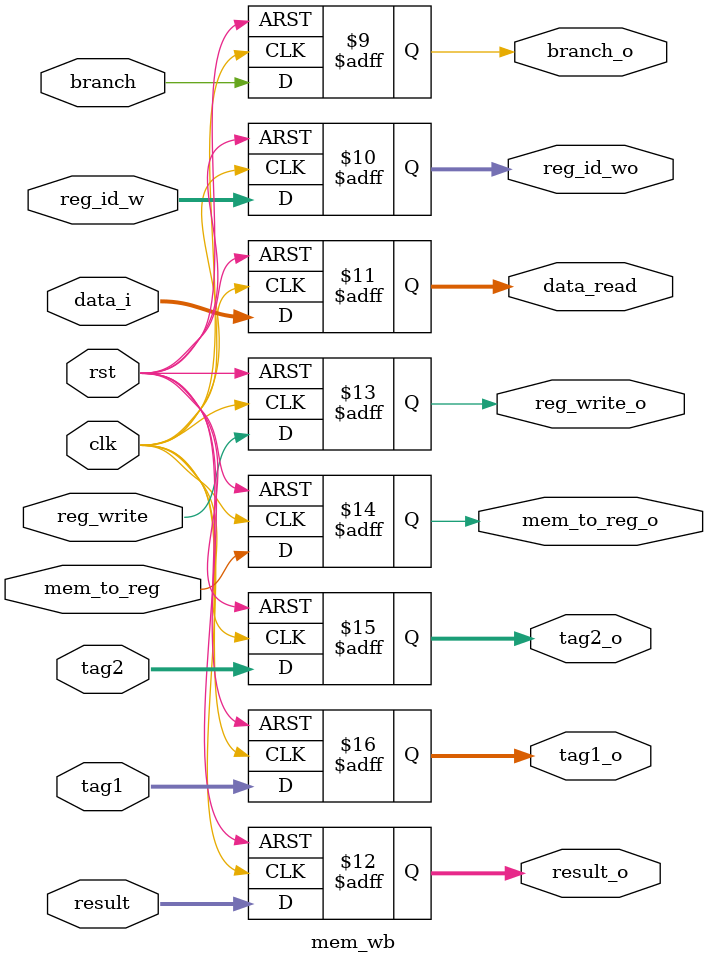
<source format=v>
module mem_wb(
	input wire				 	  clk,
	input wire				 	  rst,         // high is reset
	
	input wire 		  			  mem_to_reg,
	input wire				 	  reg_write,
	input wire signed[31:0]		  result,
	input wire signed[31:0]       data_i,	   // load data from data_mem
	input wire [4:0]        	  reg_id_w,
	input wire					  branch,
	input wire [4:0]			  tag1,
	input wire [4:0]			  tag2,

	output reg					  mem_to_reg_o,
	output reg				 	  reg_write_o,
	output reg signed[31:0]		  result_o,
	output reg signed[31:0]		  data_read,
	output reg [4:0]        	  reg_id_wo,
	output reg					  branch_o,
	output reg [4:0]		 	  tag1_o,
	output reg [4:0]		  	  tag2_o
);

	always @(posedge clk or posedge rst)
	begin
		if(rst)
			tag1_o <= 0;
		else
			tag1_o <= tag1;
	end

	always @(posedge clk or posedge rst)
	begin
		if(rst)
			tag2_o <= 0;
		else
			tag2_o <= tag2;
	end

	always @(posedge clk or posedge rst)
	begin
		if(rst)
			mem_to_reg_o <= 0;
		else
			mem_to_reg_o <= mem_to_reg;
	end

	always @(posedge clk or posedge rst)
	begin
		if(rst)
			reg_write_o <= 0;
		else
			reg_write_o <= reg_write;
	end

	always @(posedge clk or posedge rst)
	begin
		if(rst)
			result_o <= 0;
		else
			result_o <= result;
	end

	always @(posedge clk or posedge rst)
	begin
		if(rst)
			data_read <= 0;
		else
			data_read <= data_i;
	end

	always @(posedge clk or posedge rst)
	begin
		if(rst)
			reg_id_wo <= 0;
		else
			reg_id_wo <= reg_id_w;
	end

	always @(posedge clk or posedge rst)
	begin
		if(rst)
			branch_o <= 0;
		else
			branch_o <= branch;
	end
endmodule

</source>
